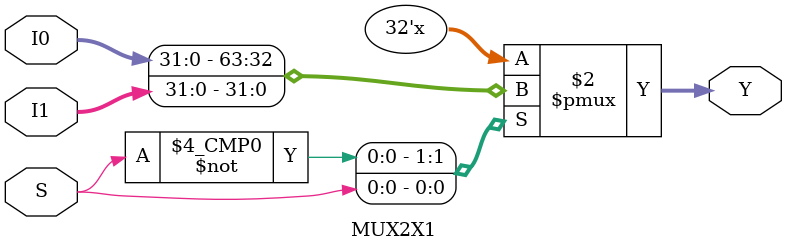
<source format=v>
`timescale 1ns / 1ps


module MUX2X1(
input[31:0] I0, I1,
output reg[31:0] Y,
input S
    );
 
always@(*)
begin
    case(S)
        1'b0: Y = I0;
        1'b1: Y = I1;
    endcase
end

endmodule

</source>
